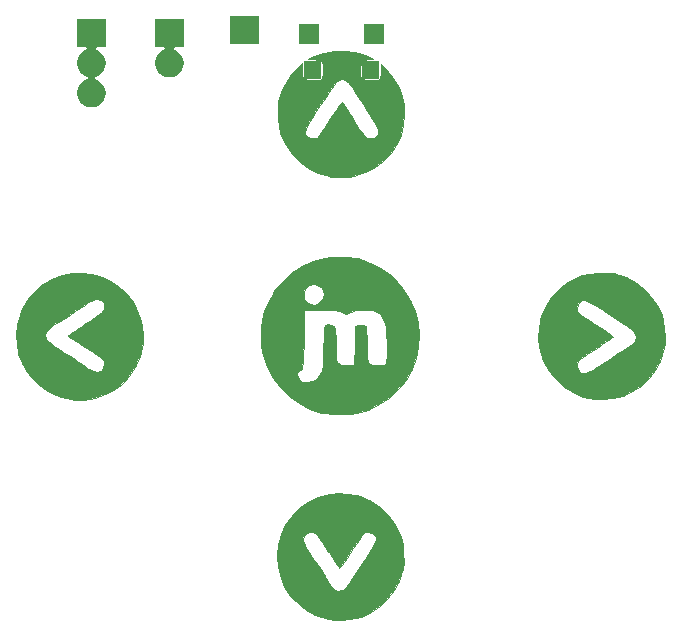
<source format=gbr>
G04 #@! TF.GenerationSoftware,KiCad,Pcbnew,(5.0.1-3-g963ef8bb5)*
G04 #@! TF.CreationDate,2019-04-07T15:35:03+01:00*
G04 #@! TF.ProjectId,invitation,696E7669746174696F6E2E6B69636164,rev?*
G04 #@! TF.SameCoordinates,Original*
G04 #@! TF.FileFunction,Soldermask,Top*
G04 #@! TF.FilePolarity,Negative*
%FSLAX46Y46*%
G04 Gerber Fmt 4.6, Leading zero omitted, Abs format (unit mm)*
G04 Created by KiCad (PCBNEW (5.0.1-3-g963ef8bb5)) date Sunday, 07 April 2019 at 15:35:03*
%MOMM*%
%LPD*%
G01*
G04 APERTURE LIST*
%ADD10C,0.010000*%
%ADD11C,0.100000*%
G04 APERTURE END LIST*
D10*
G04 #@! TO.C,G\002A\002A\002A*
G36*
X162905010Y-113175816D02*
X163598117Y-113284234D01*
X163974023Y-113392401D01*
X164866508Y-113791470D01*
X165656966Y-114316389D01*
X166334172Y-114955851D01*
X166886901Y-115698552D01*
X167303925Y-116533183D01*
X167422374Y-116865505D01*
X167568786Y-117488148D01*
X167647025Y-118188269D01*
X167653991Y-118896989D01*
X167586583Y-119545430D01*
X167550906Y-119720000D01*
X167268418Y-120570574D01*
X166841858Y-121364402D01*
X166290466Y-122082096D01*
X165633478Y-122704271D01*
X164890135Y-123211540D01*
X164079673Y-123584517D01*
X163564666Y-123736842D01*
X163049079Y-123818740D01*
X162445109Y-123854036D01*
X161823536Y-123842816D01*
X161255143Y-123785166D01*
X160990895Y-123733712D01*
X160169057Y-123451008D01*
X159390004Y-123020770D01*
X158679430Y-122463932D01*
X158063032Y-121801429D01*
X157566506Y-121054195D01*
X157467256Y-120863000D01*
X157162961Y-120099162D01*
X156991393Y-119298651D01*
X156942412Y-118450000D01*
X157028648Y-117513130D01*
X157154958Y-117048489D01*
X159162000Y-117048489D01*
X159172415Y-117186697D01*
X159211908Y-117336042D01*
X159292846Y-117519532D01*
X159427597Y-117760176D01*
X159628529Y-118080979D01*
X159908010Y-118504952D01*
X160093333Y-118781018D01*
X160379025Y-119206654D01*
X160629258Y-119582546D01*
X160829679Y-119886875D01*
X160965933Y-120097824D01*
X161023665Y-120193575D01*
X161024666Y-120196609D01*
X161073048Y-120299647D01*
X161197500Y-120491751D01*
X161366985Y-120730831D01*
X161550463Y-120974799D01*
X161716897Y-121181566D01*
X161835247Y-121309044D01*
X161857554Y-121326019D01*
X162140934Y-121405489D01*
X162448611Y-121365899D01*
X162603742Y-121289063D01*
X162708279Y-121179058D01*
X162885357Y-120953195D01*
X163115595Y-120637830D01*
X163379614Y-120259317D01*
X163584341Y-119955563D01*
X164062416Y-119234937D01*
X164453411Y-118640919D01*
X164764085Y-118159163D01*
X165001196Y-117775322D01*
X165171503Y-117475051D01*
X165281764Y-117244004D01*
X165338738Y-117067833D01*
X165349184Y-116932193D01*
X165319859Y-116822738D01*
X165257523Y-116725121D01*
X165168933Y-116624996D01*
X165158574Y-116613956D01*
X164948926Y-116482013D01*
X164674180Y-116416225D01*
X164411405Y-116428147D01*
X164283864Y-116482796D01*
X164216408Y-116566933D01*
X164073860Y-116766805D01*
X163873723Y-117056373D01*
X163633499Y-117409599D01*
X163370693Y-117800443D01*
X163102807Y-118202868D01*
X162847344Y-118590833D01*
X162621809Y-118938302D01*
X162443704Y-119219235D01*
X162435057Y-119233166D01*
X162318573Y-119393201D01*
X162232547Y-119464281D01*
X162229214Y-119464507D01*
X162166237Y-119396296D01*
X162027256Y-119207179D01*
X161827383Y-118918982D01*
X161581728Y-118553533D01*
X161305400Y-118132656D01*
X161278666Y-118091453D01*
X160992680Y-117654154D01*
X160729046Y-117258340D01*
X160504852Y-116929093D01*
X160337186Y-116691498D01*
X160243134Y-116570637D01*
X160241500Y-116568945D01*
X160027670Y-116454283D01*
X159743184Y-116421632D01*
X159466035Y-116471906D01*
X159316833Y-116558122D01*
X159191639Y-116783651D01*
X159162000Y-117048489D01*
X157154958Y-117048489D01*
X157269260Y-116628025D01*
X157653484Y-115809012D01*
X158170551Y-115070417D01*
X158809696Y-114426568D01*
X159560153Y-113891791D01*
X160411155Y-113480412D01*
X160770666Y-113355678D01*
X161430546Y-113210842D01*
X162162240Y-113151120D01*
X162905010Y-113175816D01*
X162905010Y-113175816D01*
G37*
X162905010Y-113175816D02*
X163598117Y-113284234D01*
X163974023Y-113392401D01*
X164866508Y-113791470D01*
X165656966Y-114316389D01*
X166334172Y-114955851D01*
X166886901Y-115698552D01*
X167303925Y-116533183D01*
X167422374Y-116865505D01*
X167568786Y-117488148D01*
X167647025Y-118188269D01*
X167653991Y-118896989D01*
X167586583Y-119545430D01*
X167550906Y-119720000D01*
X167268418Y-120570574D01*
X166841858Y-121364402D01*
X166290466Y-122082096D01*
X165633478Y-122704271D01*
X164890135Y-123211540D01*
X164079673Y-123584517D01*
X163564666Y-123736842D01*
X163049079Y-123818740D01*
X162445109Y-123854036D01*
X161823536Y-123842816D01*
X161255143Y-123785166D01*
X160990895Y-123733712D01*
X160169057Y-123451008D01*
X159390004Y-123020770D01*
X158679430Y-122463932D01*
X158063032Y-121801429D01*
X157566506Y-121054195D01*
X157467256Y-120863000D01*
X157162961Y-120099162D01*
X156991393Y-119298651D01*
X156942412Y-118450000D01*
X157028648Y-117513130D01*
X157154958Y-117048489D01*
X159162000Y-117048489D01*
X159172415Y-117186697D01*
X159211908Y-117336042D01*
X159292846Y-117519532D01*
X159427597Y-117760176D01*
X159628529Y-118080979D01*
X159908010Y-118504952D01*
X160093333Y-118781018D01*
X160379025Y-119206654D01*
X160629258Y-119582546D01*
X160829679Y-119886875D01*
X160965933Y-120097824D01*
X161023665Y-120193575D01*
X161024666Y-120196609D01*
X161073048Y-120299647D01*
X161197500Y-120491751D01*
X161366985Y-120730831D01*
X161550463Y-120974799D01*
X161716897Y-121181566D01*
X161835247Y-121309044D01*
X161857554Y-121326019D01*
X162140934Y-121405489D01*
X162448611Y-121365899D01*
X162603742Y-121289063D01*
X162708279Y-121179058D01*
X162885357Y-120953195D01*
X163115595Y-120637830D01*
X163379614Y-120259317D01*
X163584341Y-119955563D01*
X164062416Y-119234937D01*
X164453411Y-118640919D01*
X164764085Y-118159163D01*
X165001196Y-117775322D01*
X165171503Y-117475051D01*
X165281764Y-117244004D01*
X165338738Y-117067833D01*
X165349184Y-116932193D01*
X165319859Y-116822738D01*
X165257523Y-116725121D01*
X165168933Y-116624996D01*
X165158574Y-116613956D01*
X164948926Y-116482013D01*
X164674180Y-116416225D01*
X164411405Y-116428147D01*
X164283864Y-116482796D01*
X164216408Y-116566933D01*
X164073860Y-116766805D01*
X163873723Y-117056373D01*
X163633499Y-117409599D01*
X163370693Y-117800443D01*
X163102807Y-118202868D01*
X162847344Y-118590833D01*
X162621809Y-118938302D01*
X162443704Y-119219235D01*
X162435057Y-119233166D01*
X162318573Y-119393201D01*
X162232547Y-119464281D01*
X162229214Y-119464507D01*
X162166237Y-119396296D01*
X162027256Y-119207179D01*
X161827383Y-118918982D01*
X161581728Y-118553533D01*
X161305400Y-118132656D01*
X161278666Y-118091453D01*
X160992680Y-117654154D01*
X160729046Y-117258340D01*
X160504852Y-116929093D01*
X160337186Y-116691498D01*
X160243134Y-116570637D01*
X160241500Y-116568945D01*
X160027670Y-116454283D01*
X159743184Y-116421632D01*
X159466035Y-116471906D01*
X159316833Y-116558122D01*
X159191639Y-116783651D01*
X159162000Y-117048489D01*
X157154958Y-117048489D01*
X157269260Y-116628025D01*
X157653484Y-115809012D01*
X158170551Y-115070417D01*
X158809696Y-114426568D01*
X159560153Y-113891791D01*
X160411155Y-113480412D01*
X160770666Y-113355678D01*
X161430546Y-113210842D01*
X162162240Y-113151120D01*
X162905010Y-113175816D01*
G36*
X185465430Y-94528083D02*
X185640000Y-94563759D01*
X186490574Y-94846248D01*
X187284402Y-95272807D01*
X188002096Y-95824200D01*
X188624271Y-96481187D01*
X189131540Y-97224531D01*
X189504517Y-98034993D01*
X189656842Y-98550000D01*
X189749012Y-99135878D01*
X189780937Y-99800906D01*
X189752598Y-100467350D01*
X189663974Y-101057475D01*
X189657504Y-101085522D01*
X189372416Y-101940486D01*
X188947311Y-102723025D01*
X188400216Y-103420660D01*
X187749156Y-104020916D01*
X187012157Y-104511315D01*
X186207244Y-104879380D01*
X185352443Y-105112635D01*
X184465779Y-105198602D01*
X183775451Y-105156941D01*
X182849520Y-104953480D01*
X181989725Y-104601006D01*
X181210505Y-104111756D01*
X180526302Y-103497966D01*
X179951557Y-102771874D01*
X179500712Y-101945717D01*
X179275678Y-101344000D01*
X179130842Y-100684120D01*
X179071120Y-99952425D01*
X179095816Y-99209655D01*
X179204234Y-98516549D01*
X179312401Y-98140643D01*
X179625471Y-97440486D01*
X182336225Y-97440486D01*
X182348147Y-97703261D01*
X182402796Y-97830802D01*
X182486933Y-97898257D01*
X182686805Y-98040805D01*
X182976373Y-98240943D01*
X183329599Y-98481167D01*
X183720443Y-98743973D01*
X184122868Y-99011859D01*
X184510833Y-99267321D01*
X184858302Y-99492857D01*
X185139235Y-99670962D01*
X185153166Y-99679609D01*
X185313201Y-99796093D01*
X185384281Y-99882118D01*
X185384507Y-99885451D01*
X185316296Y-99948429D01*
X185127179Y-100087409D01*
X184838982Y-100287282D01*
X184473533Y-100532938D01*
X184052656Y-100809266D01*
X184011453Y-100836000D01*
X183574154Y-101121986D01*
X183178340Y-101385620D01*
X182849093Y-101609813D01*
X182611498Y-101777480D01*
X182490637Y-101871532D01*
X182488945Y-101873166D01*
X182374283Y-102086996D01*
X182341632Y-102371481D01*
X182391906Y-102648631D01*
X182478122Y-102797833D01*
X182703651Y-102923026D01*
X182968489Y-102952666D01*
X183106697Y-102942250D01*
X183256042Y-102902758D01*
X183439532Y-102821820D01*
X183680176Y-102687069D01*
X184000979Y-102486137D01*
X184424952Y-102206655D01*
X184701018Y-102021333D01*
X185126654Y-101735641D01*
X185502546Y-101485408D01*
X185806875Y-101284987D01*
X186017824Y-101148733D01*
X186113575Y-101091000D01*
X186116609Y-101090000D01*
X186223982Y-101040771D01*
X186418970Y-100914077D01*
X186659558Y-100741405D01*
X186903734Y-100554243D01*
X187109484Y-100384076D01*
X187234795Y-100262393D01*
X187250244Y-100240384D01*
X187329251Y-99929879D01*
X187267487Y-99614365D01*
X187209063Y-99510924D01*
X187099058Y-99406386D01*
X186873195Y-99229309D01*
X186557830Y-98999070D01*
X186179317Y-98735052D01*
X185875563Y-98530325D01*
X185154937Y-98052250D01*
X184560919Y-97661255D01*
X184079163Y-97350581D01*
X183695322Y-97113469D01*
X183395051Y-96943162D01*
X183164004Y-96832901D01*
X182987833Y-96775927D01*
X182852193Y-96765482D01*
X182742738Y-96794807D01*
X182645121Y-96857143D01*
X182544996Y-96945733D01*
X182533956Y-96956091D01*
X182402013Y-97165740D01*
X182336225Y-97440486D01*
X179625471Y-97440486D01*
X179711470Y-97248158D01*
X180236389Y-96457699D01*
X180875851Y-95780493D01*
X181618552Y-95227765D01*
X182453183Y-94810740D01*
X182785505Y-94692291D01*
X183408148Y-94545880D01*
X184108269Y-94467640D01*
X184816989Y-94460674D01*
X185465430Y-94528083D01*
X185465430Y-94528083D01*
G37*
X185465430Y-94528083D02*
X185640000Y-94563759D01*
X186490574Y-94846248D01*
X187284402Y-95272807D01*
X188002096Y-95824200D01*
X188624271Y-96481187D01*
X189131540Y-97224531D01*
X189504517Y-98034993D01*
X189656842Y-98550000D01*
X189749012Y-99135878D01*
X189780937Y-99800906D01*
X189752598Y-100467350D01*
X189663974Y-101057475D01*
X189657504Y-101085522D01*
X189372416Y-101940486D01*
X188947311Y-102723025D01*
X188400216Y-103420660D01*
X187749156Y-104020916D01*
X187012157Y-104511315D01*
X186207244Y-104879380D01*
X185352443Y-105112635D01*
X184465779Y-105198602D01*
X183775451Y-105156941D01*
X182849520Y-104953480D01*
X181989725Y-104601006D01*
X181210505Y-104111756D01*
X180526302Y-103497966D01*
X179951557Y-102771874D01*
X179500712Y-101945717D01*
X179275678Y-101344000D01*
X179130842Y-100684120D01*
X179071120Y-99952425D01*
X179095816Y-99209655D01*
X179204234Y-98516549D01*
X179312401Y-98140643D01*
X179625471Y-97440486D01*
X182336225Y-97440486D01*
X182348147Y-97703261D01*
X182402796Y-97830802D01*
X182486933Y-97898257D01*
X182686805Y-98040805D01*
X182976373Y-98240943D01*
X183329599Y-98481167D01*
X183720443Y-98743973D01*
X184122868Y-99011859D01*
X184510833Y-99267321D01*
X184858302Y-99492857D01*
X185139235Y-99670962D01*
X185153166Y-99679609D01*
X185313201Y-99796093D01*
X185384281Y-99882118D01*
X185384507Y-99885451D01*
X185316296Y-99948429D01*
X185127179Y-100087409D01*
X184838982Y-100287282D01*
X184473533Y-100532938D01*
X184052656Y-100809266D01*
X184011453Y-100836000D01*
X183574154Y-101121986D01*
X183178340Y-101385620D01*
X182849093Y-101609813D01*
X182611498Y-101777480D01*
X182490637Y-101871532D01*
X182488945Y-101873166D01*
X182374283Y-102086996D01*
X182341632Y-102371481D01*
X182391906Y-102648631D01*
X182478122Y-102797833D01*
X182703651Y-102923026D01*
X182968489Y-102952666D01*
X183106697Y-102942250D01*
X183256042Y-102902758D01*
X183439532Y-102821820D01*
X183680176Y-102687069D01*
X184000979Y-102486137D01*
X184424952Y-102206655D01*
X184701018Y-102021333D01*
X185126654Y-101735641D01*
X185502546Y-101485408D01*
X185806875Y-101284987D01*
X186017824Y-101148733D01*
X186113575Y-101091000D01*
X186116609Y-101090000D01*
X186223982Y-101040771D01*
X186418970Y-100914077D01*
X186659558Y-100741405D01*
X186903734Y-100554243D01*
X187109484Y-100384076D01*
X187234795Y-100262393D01*
X187250244Y-100240384D01*
X187329251Y-99929879D01*
X187267487Y-99614365D01*
X187209063Y-99510924D01*
X187099058Y-99406386D01*
X186873195Y-99229309D01*
X186557830Y-98999070D01*
X186179317Y-98735052D01*
X185875563Y-98530325D01*
X185154937Y-98052250D01*
X184560919Y-97661255D01*
X184079163Y-97350581D01*
X183695322Y-97113469D01*
X183395051Y-96943162D01*
X183164004Y-96832901D01*
X182987833Y-96775927D01*
X182852193Y-96765482D01*
X182742738Y-96794807D01*
X182645121Y-96857143D01*
X182544996Y-96945733D01*
X182533956Y-96956091D01*
X182402013Y-97165740D01*
X182336225Y-97440486D01*
X179625471Y-97440486D01*
X179711470Y-97248158D01*
X180236389Y-96457699D01*
X180875851Y-95780493D01*
X181618552Y-95227765D01*
X182453183Y-94810740D01*
X182785505Y-94692291D01*
X183408148Y-94545880D01*
X184108269Y-94467640D01*
X184816989Y-94460674D01*
X185465430Y-94528083D01*
G36*
X141298524Y-94596623D02*
X142158751Y-94849985D01*
X142988777Y-95253521D01*
X143606156Y-95676492D01*
X144254718Y-96290941D01*
X144795698Y-97026365D01*
X145215985Y-97863208D01*
X145378988Y-98320666D01*
X145523824Y-98980546D01*
X145583546Y-99712240D01*
X145558850Y-100455010D01*
X145450431Y-101148117D01*
X145342265Y-101524023D01*
X144944227Y-102424278D01*
X144426619Y-103206619D01*
X143783835Y-103878375D01*
X143199750Y-104325088D01*
X142411837Y-104754090D01*
X141546952Y-105049501D01*
X140642274Y-105202800D01*
X139734985Y-105205470D01*
X139480333Y-105177353D01*
X138617030Y-104988883D01*
X137827459Y-104664771D01*
X137089326Y-104193590D01*
X136429631Y-103613534D01*
X135810799Y-102895863D01*
X135352219Y-102132238D01*
X135048125Y-101308739D01*
X134892751Y-100411446D01*
X134868502Y-99844666D01*
X134876944Y-99735927D01*
X137325387Y-99735927D01*
X137388497Y-100052699D01*
X137446827Y-100155489D01*
X137553218Y-100254502D01*
X137778784Y-100428787D01*
X138100456Y-100661749D01*
X138495163Y-100936790D01*
X138939836Y-101237313D01*
X139076660Y-101328060D01*
X139554503Y-101643731D01*
X140012321Y-101946398D01*
X140421168Y-102216907D01*
X140752095Y-102436104D01*
X140976156Y-102584835D01*
X141004333Y-102603597D01*
X141400732Y-102816528D01*
X141732554Y-102879422D01*
X142011570Y-102793388D01*
X142120709Y-102708574D01*
X142252652Y-102498926D01*
X142318441Y-102224180D01*
X142306519Y-101961405D01*
X142251870Y-101833864D01*
X142167733Y-101766408D01*
X141967861Y-101623860D01*
X141678293Y-101423723D01*
X141325067Y-101183499D01*
X140934223Y-100920693D01*
X140531798Y-100652807D01*
X140143832Y-100397344D01*
X139796364Y-100171809D01*
X139515431Y-99993704D01*
X139501500Y-99985057D01*
X139341465Y-99868573D01*
X139270385Y-99782547D01*
X139270158Y-99779214D01*
X139338370Y-99716237D01*
X139527487Y-99577256D01*
X139815683Y-99377383D01*
X140181133Y-99131728D01*
X140602010Y-98855400D01*
X140643213Y-98828666D01*
X141080511Y-98542680D01*
X141476326Y-98279046D01*
X141805572Y-98054852D01*
X142043168Y-97887186D01*
X142164029Y-97793134D01*
X142165721Y-97791500D01*
X142280383Y-97577670D01*
X142313033Y-97293184D01*
X142262760Y-97016035D01*
X142176544Y-96866833D01*
X141951014Y-96741639D01*
X141686177Y-96712000D01*
X141547969Y-96722415D01*
X141398624Y-96761908D01*
X141215133Y-96842846D01*
X140974490Y-96977597D01*
X140653686Y-97178529D01*
X140229713Y-97458010D01*
X139953648Y-97643333D01*
X139528012Y-97929025D01*
X139152120Y-98179258D01*
X138847790Y-98379679D01*
X138636841Y-98515933D01*
X138541091Y-98573665D01*
X138538057Y-98574666D01*
X138430683Y-98623895D01*
X138235696Y-98750588D01*
X137995107Y-98923260D01*
X137750932Y-99110423D01*
X137545182Y-99280590D01*
X137419870Y-99402273D01*
X137404422Y-99424281D01*
X137325387Y-99735927D01*
X134876944Y-99735927D01*
X134941902Y-98899286D01*
X135163536Y-98029751D01*
X135379902Y-97517177D01*
X135866606Y-96706790D01*
X136459805Y-96015990D01*
X137142413Y-95448600D01*
X137897341Y-95008444D01*
X138707504Y-94699345D01*
X139555813Y-94525126D01*
X140425182Y-94489611D01*
X141298524Y-94596623D01*
X141298524Y-94596623D01*
G37*
X141298524Y-94596623D02*
X142158751Y-94849985D01*
X142988777Y-95253521D01*
X143606156Y-95676492D01*
X144254718Y-96290941D01*
X144795698Y-97026365D01*
X145215985Y-97863208D01*
X145378988Y-98320666D01*
X145523824Y-98980546D01*
X145583546Y-99712240D01*
X145558850Y-100455010D01*
X145450431Y-101148117D01*
X145342265Y-101524023D01*
X144944227Y-102424278D01*
X144426619Y-103206619D01*
X143783835Y-103878375D01*
X143199750Y-104325088D01*
X142411837Y-104754090D01*
X141546952Y-105049501D01*
X140642274Y-105202800D01*
X139734985Y-105205470D01*
X139480333Y-105177353D01*
X138617030Y-104988883D01*
X137827459Y-104664771D01*
X137089326Y-104193590D01*
X136429631Y-103613534D01*
X135810799Y-102895863D01*
X135352219Y-102132238D01*
X135048125Y-101308739D01*
X134892751Y-100411446D01*
X134868502Y-99844666D01*
X134876944Y-99735927D01*
X137325387Y-99735927D01*
X137388497Y-100052699D01*
X137446827Y-100155489D01*
X137553218Y-100254502D01*
X137778784Y-100428787D01*
X138100456Y-100661749D01*
X138495163Y-100936790D01*
X138939836Y-101237313D01*
X139076660Y-101328060D01*
X139554503Y-101643731D01*
X140012321Y-101946398D01*
X140421168Y-102216907D01*
X140752095Y-102436104D01*
X140976156Y-102584835D01*
X141004333Y-102603597D01*
X141400732Y-102816528D01*
X141732554Y-102879422D01*
X142011570Y-102793388D01*
X142120709Y-102708574D01*
X142252652Y-102498926D01*
X142318441Y-102224180D01*
X142306519Y-101961405D01*
X142251870Y-101833864D01*
X142167733Y-101766408D01*
X141967861Y-101623860D01*
X141678293Y-101423723D01*
X141325067Y-101183499D01*
X140934223Y-100920693D01*
X140531798Y-100652807D01*
X140143832Y-100397344D01*
X139796364Y-100171809D01*
X139515431Y-99993704D01*
X139501500Y-99985057D01*
X139341465Y-99868573D01*
X139270385Y-99782547D01*
X139270158Y-99779214D01*
X139338370Y-99716237D01*
X139527487Y-99577256D01*
X139815683Y-99377383D01*
X140181133Y-99131728D01*
X140602010Y-98855400D01*
X140643213Y-98828666D01*
X141080511Y-98542680D01*
X141476326Y-98279046D01*
X141805572Y-98054852D01*
X142043168Y-97887186D01*
X142164029Y-97793134D01*
X142165721Y-97791500D01*
X142280383Y-97577670D01*
X142313033Y-97293184D01*
X142262760Y-97016035D01*
X142176544Y-96866833D01*
X141951014Y-96741639D01*
X141686177Y-96712000D01*
X141547969Y-96722415D01*
X141398624Y-96761908D01*
X141215133Y-96842846D01*
X140974490Y-96977597D01*
X140653686Y-97178529D01*
X140229713Y-97458010D01*
X139953648Y-97643333D01*
X139528012Y-97929025D01*
X139152120Y-98179258D01*
X138847790Y-98379679D01*
X138636841Y-98515933D01*
X138541091Y-98573665D01*
X138538057Y-98574666D01*
X138430683Y-98623895D01*
X138235696Y-98750588D01*
X137995107Y-98923260D01*
X137750932Y-99110423D01*
X137545182Y-99280590D01*
X137419870Y-99402273D01*
X137404422Y-99424281D01*
X137325387Y-99735927D01*
X134876944Y-99735927D01*
X134941902Y-98899286D01*
X135163536Y-98029751D01*
X135379902Y-97517177D01*
X135866606Y-96706790D01*
X136459805Y-96015990D01*
X137142413Y-95448600D01*
X137897341Y-95008444D01*
X138707504Y-94699345D01*
X139555813Y-94525126D01*
X140425182Y-94489611D01*
X141298524Y-94596623D01*
G36*
X163067989Y-93151201D02*
X163501919Y-93191849D01*
X163764000Y-93242826D01*
X164847228Y-93622621D01*
X165808623Y-94119468D01*
X166650234Y-94734977D01*
X167374111Y-95470760D01*
X167982303Y-96328427D01*
X168209156Y-96735848D01*
X168600018Y-97671662D01*
X168843413Y-98662924D01*
X168938779Y-99682909D01*
X168885560Y-100704891D01*
X168683194Y-101702146D01*
X168332826Y-102644313D01*
X167826547Y-103530719D01*
X167184089Y-104333465D01*
X166425043Y-105035306D01*
X165568997Y-105618994D01*
X164635539Y-106067283D01*
X164314333Y-106182405D01*
X163755842Y-106319377D01*
X163090574Y-106409073D01*
X162374876Y-106449650D01*
X161665095Y-106439264D01*
X161017579Y-106376071D01*
X160643600Y-106302505D01*
X159677246Y-105973386D01*
X158768411Y-105496974D01*
X157937995Y-104890122D01*
X157206899Y-104169680D01*
X156596025Y-103352499D01*
X156427691Y-103052704D01*
X158615684Y-103052704D01*
X158724192Y-103326517D01*
X158726331Y-103330663D01*
X158888738Y-103568206D01*
X159096741Y-103696200D01*
X159395756Y-103735429D01*
X159594817Y-103728169D01*
X159946935Y-103671980D01*
X160197812Y-103547063D01*
X160262485Y-103492980D01*
X160435956Y-103287802D01*
X160608703Y-103014187D01*
X160663082Y-102907333D01*
X160723722Y-102763033D01*
X160769832Y-102606721D01*
X160803954Y-102412002D01*
X160828629Y-102152482D01*
X160846398Y-101801765D01*
X160859804Y-101333456D01*
X160870929Y-100748583D01*
X160886258Y-100068888D01*
X160907006Y-99551606D01*
X160933648Y-99189888D01*
X160966662Y-98976888D01*
X160998847Y-98908379D01*
X161219224Y-98847570D01*
X161489817Y-98868040D01*
X161717787Y-98960468D01*
X161746499Y-98983455D01*
X161804575Y-99051939D01*
X161846168Y-99153363D01*
X161873959Y-99314156D01*
X161890625Y-99560745D01*
X161898845Y-99919560D01*
X161901297Y-100417029D01*
X161901333Y-100511304D01*
X161902144Y-101025743D01*
X161907042Y-101398767D01*
X161919720Y-101658297D01*
X161943875Y-101832250D01*
X161983201Y-101948545D01*
X162041394Y-102035101D01*
X162113019Y-102110716D01*
X162245418Y-102224726D01*
X162388291Y-102285107D01*
X162595445Y-102304683D01*
X162896186Y-102297367D01*
X163467666Y-102272333D01*
X163510000Y-100623254D01*
X163552333Y-98974175D01*
X163785166Y-98892410D01*
X164119745Y-98860268D01*
X164250833Y-98892318D01*
X164483666Y-98973991D01*
X164529200Y-100411495D01*
X164548321Y-100897300D01*
X164572398Y-101331265D01*
X164599137Y-101681918D01*
X164626243Y-101917788D01*
X164644995Y-101999518D01*
X164783800Y-102173431D01*
X165019833Y-102274407D01*
X165382209Y-102313341D01*
X165487175Y-102314666D01*
X165744282Y-102315388D01*
X165933030Y-102302498D01*
X166063945Y-102253411D01*
X166147551Y-102145542D01*
X166194371Y-101956306D01*
X166214930Y-101663119D01*
X166219751Y-101243395D01*
X166219333Y-100743442D01*
X166213876Y-100225063D01*
X166198785Y-99732202D01*
X166175983Y-99303971D01*
X166147390Y-98979480D01*
X166125735Y-98838569D01*
X165944782Y-98379621D01*
X165630791Y-98002004D01*
X165211973Y-97735360D01*
X165005887Y-97661981D01*
X164587134Y-97593707D01*
X164107063Y-97590189D01*
X163633572Y-97646416D01*
X163234558Y-97757373D01*
X163141386Y-97799628D01*
X162936399Y-97897912D01*
X162793662Y-97923069D01*
X162634860Y-97874133D01*
X162464195Y-97791270D01*
X162301693Y-97720757D01*
X162119763Y-97670396D01*
X161885189Y-97636156D01*
X161564753Y-97614005D01*
X161125238Y-97599912D01*
X160843000Y-97594502D01*
X160381670Y-97589872D01*
X159968385Y-97591398D01*
X159638540Y-97598528D01*
X159427533Y-97610709D01*
X159382500Y-97617282D01*
X159192000Y-97661226D01*
X159192000Y-99949817D01*
X159189987Y-100702671D01*
X159182159Y-101304210D01*
X159165831Y-101772423D01*
X159138318Y-102125300D01*
X159096935Y-102380829D01*
X159038997Y-102557000D01*
X158961819Y-102671803D01*
X158862718Y-102743226D01*
X158769595Y-102780038D01*
X158630308Y-102877036D01*
X158615684Y-103052704D01*
X156427691Y-103052704D01*
X156274755Y-102780333D01*
X156004926Y-102195631D01*
X155815275Y-101677555D01*
X155693130Y-101170480D01*
X155625817Y-100618783D01*
X155600661Y-99966839D01*
X155599565Y-99817000D01*
X155613839Y-99134921D01*
X155669521Y-98564241D01*
X155778167Y-98049675D01*
X155951334Y-97535941D01*
X156190910Y-96988181D01*
X156580324Y-96303333D01*
X159192000Y-96303333D01*
X159263325Y-96658333D01*
X159452937Y-96929713D01*
X159724287Y-97102325D01*
X160040830Y-97161025D01*
X160366017Y-97090667D01*
X160637846Y-96902512D01*
X160838377Y-96601097D01*
X160896111Y-96275173D01*
X160826194Y-95961289D01*
X160643770Y-95695990D01*
X160363987Y-95515824D01*
X160038666Y-95456666D01*
X159669972Y-95530839D01*
X159390564Y-95736493D01*
X159225737Y-96048334D01*
X159192000Y-96303333D01*
X156580324Y-96303333D01*
X156725910Y-96047298D01*
X157385516Y-95217269D01*
X158159248Y-94506841D01*
X159036628Y-93924761D01*
X160007175Y-93479775D01*
X160631333Y-93281834D01*
X160995930Y-93213163D01*
X161469395Y-93165173D01*
X162004227Y-93138455D01*
X162552925Y-93133600D01*
X163067989Y-93151201D01*
X163067989Y-93151201D01*
G37*
X163067989Y-93151201D02*
X163501919Y-93191849D01*
X163764000Y-93242826D01*
X164847228Y-93622621D01*
X165808623Y-94119468D01*
X166650234Y-94734977D01*
X167374111Y-95470760D01*
X167982303Y-96328427D01*
X168209156Y-96735848D01*
X168600018Y-97671662D01*
X168843413Y-98662924D01*
X168938779Y-99682909D01*
X168885560Y-100704891D01*
X168683194Y-101702146D01*
X168332826Y-102644313D01*
X167826547Y-103530719D01*
X167184089Y-104333465D01*
X166425043Y-105035306D01*
X165568997Y-105618994D01*
X164635539Y-106067283D01*
X164314333Y-106182405D01*
X163755842Y-106319377D01*
X163090574Y-106409073D01*
X162374876Y-106449650D01*
X161665095Y-106439264D01*
X161017579Y-106376071D01*
X160643600Y-106302505D01*
X159677246Y-105973386D01*
X158768411Y-105496974D01*
X157937995Y-104890122D01*
X157206899Y-104169680D01*
X156596025Y-103352499D01*
X156427691Y-103052704D01*
X158615684Y-103052704D01*
X158724192Y-103326517D01*
X158726331Y-103330663D01*
X158888738Y-103568206D01*
X159096741Y-103696200D01*
X159395756Y-103735429D01*
X159594817Y-103728169D01*
X159946935Y-103671980D01*
X160197812Y-103547063D01*
X160262485Y-103492980D01*
X160435956Y-103287802D01*
X160608703Y-103014187D01*
X160663082Y-102907333D01*
X160723722Y-102763033D01*
X160769832Y-102606721D01*
X160803954Y-102412002D01*
X160828629Y-102152482D01*
X160846398Y-101801765D01*
X160859804Y-101333456D01*
X160870929Y-100748583D01*
X160886258Y-100068888D01*
X160907006Y-99551606D01*
X160933648Y-99189888D01*
X160966662Y-98976888D01*
X160998847Y-98908379D01*
X161219224Y-98847570D01*
X161489817Y-98868040D01*
X161717787Y-98960468D01*
X161746499Y-98983455D01*
X161804575Y-99051939D01*
X161846168Y-99153363D01*
X161873959Y-99314156D01*
X161890625Y-99560745D01*
X161898845Y-99919560D01*
X161901297Y-100417029D01*
X161901333Y-100511304D01*
X161902144Y-101025743D01*
X161907042Y-101398767D01*
X161919720Y-101658297D01*
X161943875Y-101832250D01*
X161983201Y-101948545D01*
X162041394Y-102035101D01*
X162113019Y-102110716D01*
X162245418Y-102224726D01*
X162388291Y-102285107D01*
X162595445Y-102304683D01*
X162896186Y-102297367D01*
X163467666Y-102272333D01*
X163510000Y-100623254D01*
X163552333Y-98974175D01*
X163785166Y-98892410D01*
X164119745Y-98860268D01*
X164250833Y-98892318D01*
X164483666Y-98973991D01*
X164529200Y-100411495D01*
X164548321Y-100897300D01*
X164572398Y-101331265D01*
X164599137Y-101681918D01*
X164626243Y-101917788D01*
X164644995Y-101999518D01*
X164783800Y-102173431D01*
X165019833Y-102274407D01*
X165382209Y-102313341D01*
X165487175Y-102314666D01*
X165744282Y-102315388D01*
X165933030Y-102302498D01*
X166063945Y-102253411D01*
X166147551Y-102145542D01*
X166194371Y-101956306D01*
X166214930Y-101663119D01*
X166219751Y-101243395D01*
X166219333Y-100743442D01*
X166213876Y-100225063D01*
X166198785Y-99732202D01*
X166175983Y-99303971D01*
X166147390Y-98979480D01*
X166125735Y-98838569D01*
X165944782Y-98379621D01*
X165630791Y-98002004D01*
X165211973Y-97735360D01*
X165005887Y-97661981D01*
X164587134Y-97593707D01*
X164107063Y-97590189D01*
X163633572Y-97646416D01*
X163234558Y-97757373D01*
X163141386Y-97799628D01*
X162936399Y-97897912D01*
X162793662Y-97923069D01*
X162634860Y-97874133D01*
X162464195Y-97791270D01*
X162301693Y-97720757D01*
X162119763Y-97670396D01*
X161885189Y-97636156D01*
X161564753Y-97614005D01*
X161125238Y-97599912D01*
X160843000Y-97594502D01*
X160381670Y-97589872D01*
X159968385Y-97591398D01*
X159638540Y-97598528D01*
X159427533Y-97610709D01*
X159382500Y-97617282D01*
X159192000Y-97661226D01*
X159192000Y-99949817D01*
X159189987Y-100702671D01*
X159182159Y-101304210D01*
X159165831Y-101772423D01*
X159138318Y-102125300D01*
X159096935Y-102380829D01*
X159038997Y-102557000D01*
X158961819Y-102671803D01*
X158862718Y-102743226D01*
X158769595Y-102780038D01*
X158630308Y-102877036D01*
X158615684Y-103052704D01*
X156427691Y-103052704D01*
X156274755Y-102780333D01*
X156004926Y-102195631D01*
X155815275Y-101677555D01*
X155693130Y-101170480D01*
X155625817Y-100618783D01*
X155600661Y-99966839D01*
X155599565Y-99817000D01*
X155613839Y-99134921D01*
X155669521Y-98564241D01*
X155778167Y-98049675D01*
X155951334Y-97535941D01*
X156190910Y-96988181D01*
X156580324Y-96303333D01*
X159192000Y-96303333D01*
X159263325Y-96658333D01*
X159452937Y-96929713D01*
X159724287Y-97102325D01*
X160040830Y-97161025D01*
X160366017Y-97090667D01*
X160637846Y-96902512D01*
X160838377Y-96601097D01*
X160896111Y-96275173D01*
X160826194Y-95961289D01*
X160643770Y-95695990D01*
X160363987Y-95515824D01*
X160038666Y-95456666D01*
X159669972Y-95530839D01*
X159390564Y-95736493D01*
X159225737Y-96048334D01*
X159192000Y-96303333D01*
X156580324Y-96303333D01*
X156725910Y-96047298D01*
X157385516Y-95217269D01*
X158159248Y-94506841D01*
X159036628Y-93924761D01*
X160007175Y-93479775D01*
X160631333Y-93281834D01*
X160995930Y-93213163D01*
X161469395Y-93165173D01*
X162004227Y-93138455D01*
X162552925Y-93133600D01*
X163067989Y-93151201D01*
G36*
X163560664Y-75769620D02*
X164386548Y-76024240D01*
X164631078Y-76133307D01*
X165111666Y-76365666D01*
X164688946Y-76392311D01*
X164359009Y-76435177D01*
X164146310Y-76533994D01*
X164026705Y-76719084D01*
X163976052Y-77020773D01*
X163968666Y-77297000D01*
X163984198Y-77690373D01*
X164049990Y-77947842D01*
X164194842Y-78097516D01*
X164447551Y-78167503D01*
X164836914Y-78185912D01*
X164879452Y-78185999D01*
X165270866Y-78171387D01*
X165523701Y-78108725D01*
X165667551Y-77969773D01*
X165732008Y-77726293D01*
X165746666Y-77358436D01*
X165746666Y-76796967D01*
X166091729Y-77131650D01*
X166443362Y-77524777D01*
X166795675Y-78008133D01*
X167111461Y-78523773D01*
X167353513Y-79013751D01*
X167430575Y-79216742D01*
X167654976Y-80141661D01*
X167720430Y-81060525D01*
X167635102Y-81957199D01*
X167407151Y-82815551D01*
X167044739Y-83619447D01*
X166556028Y-84352754D01*
X165949180Y-84999338D01*
X165232355Y-85543066D01*
X164413716Y-85967803D01*
X163926333Y-86143821D01*
X163494168Y-86245948D01*
X162977377Y-86320323D01*
X162433376Y-86363005D01*
X161919580Y-86370052D01*
X161493406Y-86337525D01*
X161385478Y-86318235D01*
X160455632Y-86037513D01*
X159606165Y-85619451D01*
X158850966Y-85076321D01*
X158203927Y-84420395D01*
X157678940Y-83663944D01*
X157289894Y-82819242D01*
X157232291Y-82649161D01*
X157216610Y-82582473D01*
X159305482Y-82582473D01*
X159334807Y-82691928D01*
X159397143Y-82789545D01*
X159485733Y-82889670D01*
X159496091Y-82900709D01*
X159705740Y-83032652D01*
X159980486Y-83098441D01*
X160243261Y-83086519D01*
X160370802Y-83031870D01*
X160438257Y-82947733D01*
X160580805Y-82747861D01*
X160780943Y-82458293D01*
X161021167Y-82105067D01*
X161283973Y-81714223D01*
X161551859Y-81311798D01*
X161807321Y-80923832D01*
X162032857Y-80576364D01*
X162210962Y-80295431D01*
X162219609Y-80281500D01*
X162336093Y-80121465D01*
X162422118Y-80050385D01*
X162425451Y-80050158D01*
X162488429Y-80118370D01*
X162627409Y-80307487D01*
X162827282Y-80595683D01*
X163072938Y-80961133D01*
X163349266Y-81382010D01*
X163376000Y-81423213D01*
X163661986Y-81860511D01*
X163925620Y-82256326D01*
X164149813Y-82585572D01*
X164317480Y-82823168D01*
X164411532Y-82944029D01*
X164413166Y-82945721D01*
X164626996Y-83060383D01*
X164911481Y-83093033D01*
X165188631Y-83042760D01*
X165337833Y-82956544D01*
X165463026Y-82731014D01*
X165492666Y-82466177D01*
X165482250Y-82327969D01*
X165442758Y-82178624D01*
X165361820Y-81995133D01*
X165227069Y-81754490D01*
X165026137Y-81433686D01*
X164746655Y-81009713D01*
X164561333Y-80733648D01*
X164275641Y-80308012D01*
X164025408Y-79932120D01*
X163824987Y-79627790D01*
X163688733Y-79416841D01*
X163631000Y-79321091D01*
X163630000Y-79318057D01*
X163580771Y-79210683D01*
X163454077Y-79015696D01*
X163281405Y-78775107D01*
X163094243Y-78530932D01*
X162924076Y-78325182D01*
X162802393Y-78199870D01*
X162780384Y-78184422D01*
X162469879Y-78105414D01*
X162154365Y-78167179D01*
X162050924Y-78225603D01*
X161946386Y-78335608D01*
X161769309Y-78561470D01*
X161539070Y-78876836D01*
X161275052Y-79255349D01*
X161070325Y-79559103D01*
X160592250Y-80279729D01*
X160201255Y-80873747D01*
X159890581Y-81355503D01*
X159653469Y-81739343D01*
X159483162Y-82039614D01*
X159372901Y-82270662D01*
X159315927Y-82446833D01*
X159305482Y-82582473D01*
X157216610Y-82582473D01*
X157085880Y-82026518D01*
X157007640Y-81326397D01*
X157000674Y-80617677D01*
X157068083Y-79969236D01*
X157103759Y-79794666D01*
X157358293Y-79024989D01*
X157748571Y-78265702D01*
X158246138Y-77568578D01*
X158458830Y-77329255D01*
X159050889Y-76704333D01*
X159054444Y-77305044D01*
X159072561Y-77695352D01*
X159140699Y-77950677D01*
X159287836Y-78098938D01*
X159542949Y-78168054D01*
X159935015Y-78185944D01*
X159968785Y-78186000D01*
X160357072Y-78172336D01*
X160608818Y-78111611D01*
X160753133Y-77974220D01*
X160819126Y-77730560D01*
X160835907Y-77351027D01*
X160836000Y-77304074D01*
X160818661Y-76908421D01*
X160749560Y-76649368D01*
X160603065Y-76496208D01*
X160353547Y-76418238D01*
X160072995Y-76389991D01*
X159608333Y-76361734D01*
X160104978Y-76127595D01*
X160919563Y-75831542D01*
X161791092Y-75673226D01*
X162683485Y-75652600D01*
X163560664Y-75769620D01*
X163560664Y-75769620D01*
G37*
X163560664Y-75769620D02*
X164386548Y-76024240D01*
X164631078Y-76133307D01*
X165111666Y-76365666D01*
X164688946Y-76392311D01*
X164359009Y-76435177D01*
X164146310Y-76533994D01*
X164026705Y-76719084D01*
X163976052Y-77020773D01*
X163968666Y-77297000D01*
X163984198Y-77690373D01*
X164049990Y-77947842D01*
X164194842Y-78097516D01*
X164447551Y-78167503D01*
X164836914Y-78185912D01*
X164879452Y-78185999D01*
X165270866Y-78171387D01*
X165523701Y-78108725D01*
X165667551Y-77969773D01*
X165732008Y-77726293D01*
X165746666Y-77358436D01*
X165746666Y-76796967D01*
X166091729Y-77131650D01*
X166443362Y-77524777D01*
X166795675Y-78008133D01*
X167111461Y-78523773D01*
X167353513Y-79013751D01*
X167430575Y-79216742D01*
X167654976Y-80141661D01*
X167720430Y-81060525D01*
X167635102Y-81957199D01*
X167407151Y-82815551D01*
X167044739Y-83619447D01*
X166556028Y-84352754D01*
X165949180Y-84999338D01*
X165232355Y-85543066D01*
X164413716Y-85967803D01*
X163926333Y-86143821D01*
X163494168Y-86245948D01*
X162977377Y-86320323D01*
X162433376Y-86363005D01*
X161919580Y-86370052D01*
X161493406Y-86337525D01*
X161385478Y-86318235D01*
X160455632Y-86037513D01*
X159606165Y-85619451D01*
X158850966Y-85076321D01*
X158203927Y-84420395D01*
X157678940Y-83663944D01*
X157289894Y-82819242D01*
X157232291Y-82649161D01*
X157216610Y-82582473D01*
X159305482Y-82582473D01*
X159334807Y-82691928D01*
X159397143Y-82789545D01*
X159485733Y-82889670D01*
X159496091Y-82900709D01*
X159705740Y-83032652D01*
X159980486Y-83098441D01*
X160243261Y-83086519D01*
X160370802Y-83031870D01*
X160438257Y-82947733D01*
X160580805Y-82747861D01*
X160780943Y-82458293D01*
X161021167Y-82105067D01*
X161283973Y-81714223D01*
X161551859Y-81311798D01*
X161807321Y-80923832D01*
X162032857Y-80576364D01*
X162210962Y-80295431D01*
X162219609Y-80281500D01*
X162336093Y-80121465D01*
X162422118Y-80050385D01*
X162425451Y-80050158D01*
X162488429Y-80118370D01*
X162627409Y-80307487D01*
X162827282Y-80595683D01*
X163072938Y-80961133D01*
X163349266Y-81382010D01*
X163376000Y-81423213D01*
X163661986Y-81860511D01*
X163925620Y-82256326D01*
X164149813Y-82585572D01*
X164317480Y-82823168D01*
X164411532Y-82944029D01*
X164413166Y-82945721D01*
X164626996Y-83060383D01*
X164911481Y-83093033D01*
X165188631Y-83042760D01*
X165337833Y-82956544D01*
X165463026Y-82731014D01*
X165492666Y-82466177D01*
X165482250Y-82327969D01*
X165442758Y-82178624D01*
X165361820Y-81995133D01*
X165227069Y-81754490D01*
X165026137Y-81433686D01*
X164746655Y-81009713D01*
X164561333Y-80733648D01*
X164275641Y-80308012D01*
X164025408Y-79932120D01*
X163824987Y-79627790D01*
X163688733Y-79416841D01*
X163631000Y-79321091D01*
X163630000Y-79318057D01*
X163580771Y-79210683D01*
X163454077Y-79015696D01*
X163281405Y-78775107D01*
X163094243Y-78530932D01*
X162924076Y-78325182D01*
X162802393Y-78199870D01*
X162780384Y-78184422D01*
X162469879Y-78105414D01*
X162154365Y-78167179D01*
X162050924Y-78225603D01*
X161946386Y-78335608D01*
X161769309Y-78561470D01*
X161539070Y-78876836D01*
X161275052Y-79255349D01*
X161070325Y-79559103D01*
X160592250Y-80279729D01*
X160201255Y-80873747D01*
X159890581Y-81355503D01*
X159653469Y-81739343D01*
X159483162Y-82039614D01*
X159372901Y-82270662D01*
X159315927Y-82446833D01*
X159305482Y-82582473D01*
X157216610Y-82582473D01*
X157085880Y-82026518D01*
X157007640Y-81326397D01*
X157000674Y-80617677D01*
X157068083Y-79969236D01*
X157103759Y-79794666D01*
X157358293Y-79024989D01*
X157748571Y-78265702D01*
X158246138Y-77568578D01*
X158458830Y-77329255D01*
X159050889Y-76704333D01*
X159054444Y-77305044D01*
X159072561Y-77695352D01*
X159140699Y-77950677D01*
X159287836Y-78098938D01*
X159542949Y-78168054D01*
X159935015Y-78185944D01*
X159968785Y-78186000D01*
X160357072Y-78172336D01*
X160608818Y-78111611D01*
X160753133Y-77974220D01*
X160819126Y-77730560D01*
X160835907Y-77351027D01*
X160836000Y-77304074D01*
X160818661Y-76908421D01*
X160749560Y-76649368D01*
X160603065Y-76496208D01*
X160353547Y-76418238D01*
X160072995Y-76389991D01*
X159608333Y-76361734D01*
X160104978Y-76127595D01*
X160919563Y-75831542D01*
X161791092Y-75673226D01*
X162683485Y-75652600D01*
X163560664Y-75769620D01*
D11*
G36*
X162414183Y-115236900D02*
X162541574Y-115289668D01*
X162656225Y-115366275D01*
X162753725Y-115463775D01*
X162830332Y-115578426D01*
X162883100Y-115705817D01*
X162910000Y-115841055D01*
X162910000Y-115978945D01*
X162883100Y-116114183D01*
X162830332Y-116241574D01*
X162753725Y-116356225D01*
X162656225Y-116453725D01*
X162541574Y-116530332D01*
X162414183Y-116583100D01*
X162278945Y-116610000D01*
X162141055Y-116610000D01*
X162005817Y-116583100D01*
X161878426Y-116530332D01*
X161763775Y-116453725D01*
X161666275Y-116356225D01*
X161589668Y-116241574D01*
X161536900Y-116114183D01*
X161510000Y-115978945D01*
X161510000Y-115841055D01*
X161536900Y-115705817D01*
X161589668Y-115578426D01*
X161666275Y-115463775D01*
X161763775Y-115366275D01*
X161878426Y-115289668D01*
X162005817Y-115236900D01*
X162141055Y-115210000D01*
X162278945Y-115210000D01*
X162414183Y-115236900D01*
X162414183Y-115236900D01*
G37*
G36*
X182034183Y-99146900D02*
X182161574Y-99199668D01*
X182276224Y-99276274D01*
X182373726Y-99373776D01*
X182412379Y-99431625D01*
X182450332Y-99488426D01*
X182503100Y-99615817D01*
X182530000Y-99751055D01*
X182530000Y-99888945D01*
X182503100Y-100024183D01*
X182475185Y-100091574D01*
X182450332Y-100151574D01*
X182377885Y-100260000D01*
X182373725Y-100266225D01*
X182276225Y-100363725D01*
X182161574Y-100440332D01*
X182034183Y-100493100D01*
X181898945Y-100520000D01*
X181761055Y-100520000D01*
X181625817Y-100493100D01*
X181498426Y-100440332D01*
X181383775Y-100363725D01*
X181286275Y-100266225D01*
X181282116Y-100260000D01*
X181209668Y-100151574D01*
X181184815Y-100091574D01*
X181156900Y-100024183D01*
X181130000Y-99888945D01*
X181130000Y-99751055D01*
X181156900Y-99615817D01*
X181209668Y-99488426D01*
X181247621Y-99431625D01*
X181286274Y-99373776D01*
X181383776Y-99276274D01*
X181498426Y-99199668D01*
X181625817Y-99146900D01*
X181761055Y-99120000D01*
X181898945Y-99120000D01*
X182034183Y-99146900D01*
X182034183Y-99146900D01*
G37*
G36*
X142944183Y-99086900D02*
X143071574Y-99139668D01*
X143186224Y-99216274D01*
X143283726Y-99313776D01*
X143322379Y-99371625D01*
X143360332Y-99428426D01*
X143413100Y-99555817D01*
X143440000Y-99691055D01*
X143440000Y-99828945D01*
X143413100Y-99964183D01*
X143374720Y-100056839D01*
X143360332Y-100091574D01*
X143320242Y-100151574D01*
X143283725Y-100206225D01*
X143186225Y-100303725D01*
X143071574Y-100380332D01*
X142944183Y-100433100D01*
X142808945Y-100460000D01*
X142671055Y-100460000D01*
X142535817Y-100433100D01*
X142408426Y-100380332D01*
X142293775Y-100303725D01*
X142196275Y-100206225D01*
X142159759Y-100151574D01*
X142119668Y-100091574D01*
X142105280Y-100056839D01*
X142066900Y-99964183D01*
X142040000Y-99828945D01*
X142040000Y-99691055D01*
X142066900Y-99555817D01*
X142119668Y-99428426D01*
X142157621Y-99371625D01*
X142196274Y-99313776D01*
X142293776Y-99216274D01*
X142408426Y-99139668D01*
X142535817Y-99086900D01*
X142671055Y-99060000D01*
X142808945Y-99060000D01*
X142944183Y-99086900D01*
X142944183Y-99086900D01*
G37*
G36*
X163714183Y-95206900D02*
X163841574Y-95259668D01*
X163956225Y-95336275D01*
X164053725Y-95433775D01*
X164130332Y-95548426D01*
X164183100Y-95675817D01*
X164210000Y-95811055D01*
X164210000Y-95948945D01*
X164183100Y-96084183D01*
X164130332Y-96211574D01*
X164053725Y-96326225D01*
X163956225Y-96423725D01*
X163841574Y-96500332D01*
X163714183Y-96553100D01*
X163578945Y-96580000D01*
X163441055Y-96580000D01*
X163305817Y-96553100D01*
X163178426Y-96500332D01*
X163063775Y-96423725D01*
X162966275Y-96326225D01*
X162889668Y-96211574D01*
X162836900Y-96084183D01*
X162810000Y-95948945D01*
X162810000Y-95811055D01*
X162836900Y-95675817D01*
X162889668Y-95548426D01*
X162966275Y-95433775D01*
X163063775Y-95336275D01*
X163178426Y-95259668D01*
X163305817Y-95206900D01*
X163441055Y-95180000D01*
X163578945Y-95180000D01*
X163714183Y-95206900D01*
X163714183Y-95206900D01*
G37*
G36*
X162491260Y-84357293D02*
X162573155Y-84391215D01*
X162646861Y-84440464D01*
X162709536Y-84503139D01*
X162758785Y-84576845D01*
X162792707Y-84658740D01*
X162810000Y-84745678D01*
X162810000Y-84834322D01*
X162792707Y-84921260D01*
X162758785Y-85003155D01*
X162709536Y-85076861D01*
X162646861Y-85139536D01*
X162573155Y-85188785D01*
X162491260Y-85222707D01*
X162404322Y-85240000D01*
X162315678Y-85240000D01*
X162228740Y-85222707D01*
X162146845Y-85188785D01*
X162073139Y-85139536D01*
X162010464Y-85076861D01*
X161961215Y-85003155D01*
X161927293Y-84921260D01*
X161910000Y-84834322D01*
X161910000Y-84745678D01*
X161927293Y-84658740D01*
X161961215Y-84576845D01*
X162010464Y-84503139D01*
X162073139Y-84440464D01*
X162146845Y-84391215D01*
X162228740Y-84357293D01*
X162315678Y-84340000D01*
X162404322Y-84340000D01*
X162491260Y-84357293D01*
X162491260Y-84357293D01*
G37*
G36*
X142424000Y-75368000D02*
X141753123Y-75368000D01*
X141728737Y-75370402D01*
X141705288Y-75377515D01*
X141683677Y-75389066D01*
X141664735Y-75404612D01*
X141649189Y-75423554D01*
X141637638Y-75445165D01*
X141630525Y-75468614D01*
X141628123Y-75493000D01*
X141630525Y-75517386D01*
X141637638Y-75540835D01*
X141649189Y-75562446D01*
X141664735Y-75581388D01*
X141683677Y-75596934D01*
X141705288Y-75608485D01*
X141792412Y-75644573D01*
X141988958Y-75775901D01*
X142156099Y-75943042D01*
X142287427Y-76139588D01*
X142377885Y-76357974D01*
X142424000Y-76589809D01*
X142424000Y-76826191D01*
X142377885Y-77058026D01*
X142287427Y-77276412D01*
X142156099Y-77472958D01*
X141988958Y-77640099D01*
X141792412Y-77771427D01*
X141572505Y-77862515D01*
X141550894Y-77874066D01*
X141531952Y-77889611D01*
X141516406Y-77908554D01*
X141504855Y-77930164D01*
X141497742Y-77953613D01*
X141495340Y-77978000D01*
X141497742Y-78002386D01*
X141504855Y-78025835D01*
X141516406Y-78047446D01*
X141531951Y-78066388D01*
X141550894Y-78081934D01*
X141572505Y-78093485D01*
X141792412Y-78184573D01*
X141988958Y-78315901D01*
X142156099Y-78483042D01*
X142287427Y-78679588D01*
X142377885Y-78897974D01*
X142424000Y-79129809D01*
X142424000Y-79366191D01*
X142377885Y-79598026D01*
X142287427Y-79816412D01*
X142156099Y-80012958D01*
X141988958Y-80180099D01*
X141792412Y-80311427D01*
X141574026Y-80401885D01*
X141342191Y-80448000D01*
X141105809Y-80448000D01*
X140873974Y-80401885D01*
X140655588Y-80311427D01*
X140459042Y-80180099D01*
X140291901Y-80012958D01*
X140160573Y-79816412D01*
X140070115Y-79598026D01*
X140024000Y-79366191D01*
X140024000Y-79129809D01*
X140070115Y-78897974D01*
X140160573Y-78679588D01*
X140291901Y-78483042D01*
X140459042Y-78315901D01*
X140655588Y-78184573D01*
X140875495Y-78093485D01*
X140897106Y-78081934D01*
X140916048Y-78066389D01*
X140931594Y-78047446D01*
X140943145Y-78025836D01*
X140950258Y-78002387D01*
X140952660Y-77978000D01*
X140950258Y-77953614D01*
X140943145Y-77930165D01*
X140931594Y-77908554D01*
X140916049Y-77889612D01*
X140897106Y-77874066D01*
X140875495Y-77862515D01*
X140655588Y-77771427D01*
X140459042Y-77640099D01*
X140291901Y-77472958D01*
X140160573Y-77276412D01*
X140070115Y-77058026D01*
X140024000Y-76826191D01*
X140024000Y-76589809D01*
X140070115Y-76357974D01*
X140160573Y-76139588D01*
X140291901Y-75943042D01*
X140459042Y-75775901D01*
X140655588Y-75644573D01*
X140742712Y-75608485D01*
X140764323Y-75596934D01*
X140783265Y-75581388D01*
X140798811Y-75562446D01*
X140810362Y-75540835D01*
X140817475Y-75517386D01*
X140819877Y-75493000D01*
X140817475Y-75468614D01*
X140810362Y-75445165D01*
X140798811Y-75423554D01*
X140783265Y-75404612D01*
X140764323Y-75389066D01*
X140742712Y-75377515D01*
X140719263Y-75370402D01*
X140694877Y-75368000D01*
X140024000Y-75368000D01*
X140024000Y-72968000D01*
X142424000Y-72968000D01*
X142424000Y-75368000D01*
X142424000Y-75368000D01*
G37*
G36*
X165560000Y-78025000D02*
X164110000Y-78025000D01*
X164110000Y-76575000D01*
X165560000Y-76575000D01*
X165560000Y-78025000D01*
X165560000Y-78025000D01*
G37*
G36*
X160710000Y-78025000D02*
X159260000Y-78025000D01*
X159260000Y-76575000D01*
X160710000Y-76575000D01*
X160710000Y-78025000D01*
X160710000Y-78025000D01*
G37*
G36*
X149028000Y-75368000D02*
X148357123Y-75368000D01*
X148332737Y-75370402D01*
X148309288Y-75377515D01*
X148287677Y-75389066D01*
X148268735Y-75404612D01*
X148253189Y-75423554D01*
X148241638Y-75445165D01*
X148234525Y-75468614D01*
X148232123Y-75493000D01*
X148234525Y-75517386D01*
X148241638Y-75540835D01*
X148253189Y-75562446D01*
X148268735Y-75581388D01*
X148287677Y-75596934D01*
X148309288Y-75608485D01*
X148396412Y-75644573D01*
X148592958Y-75775901D01*
X148760099Y-75943042D01*
X148891427Y-76139588D01*
X148981885Y-76357974D01*
X149028000Y-76589809D01*
X149028000Y-76826191D01*
X148981885Y-77058026D01*
X148891427Y-77276412D01*
X148760099Y-77472958D01*
X148592958Y-77640099D01*
X148396412Y-77771427D01*
X148178026Y-77861885D01*
X147946191Y-77908000D01*
X147709809Y-77908000D01*
X147477974Y-77861885D01*
X147259588Y-77771427D01*
X147063042Y-77640099D01*
X146895901Y-77472958D01*
X146764573Y-77276412D01*
X146674115Y-77058026D01*
X146628000Y-76826191D01*
X146628000Y-76589809D01*
X146674115Y-76357974D01*
X146764573Y-76139588D01*
X146895901Y-75943042D01*
X147063042Y-75775901D01*
X147259588Y-75644573D01*
X147346712Y-75608485D01*
X147368323Y-75596934D01*
X147387265Y-75581388D01*
X147402811Y-75562446D01*
X147414362Y-75540835D01*
X147421475Y-75517386D01*
X147423877Y-75493000D01*
X147421475Y-75468614D01*
X147414362Y-75445165D01*
X147402811Y-75423554D01*
X147387265Y-75404612D01*
X147368323Y-75389066D01*
X147346712Y-75377515D01*
X147323263Y-75370402D01*
X147298877Y-75368000D01*
X146628000Y-75368000D01*
X146628000Y-72968000D01*
X149028000Y-72968000D01*
X149028000Y-75368000D01*
X149028000Y-75368000D01*
G37*
G36*
X160535000Y-75120000D02*
X158835000Y-75120000D01*
X158835000Y-73420000D01*
X160535000Y-73420000D01*
X160535000Y-75120000D01*
X160535000Y-75120000D01*
G37*
G36*
X165985000Y-75120000D02*
X164285000Y-75120000D01*
X164285000Y-73420000D01*
X165985000Y-73420000D01*
X165985000Y-75120000D01*
X165985000Y-75120000D01*
G37*
G36*
X155378000Y-75114000D02*
X152978000Y-75114000D01*
X152978000Y-72714000D01*
X155378000Y-72714000D01*
X155378000Y-75114000D01*
X155378000Y-75114000D01*
G37*
M02*

</source>
